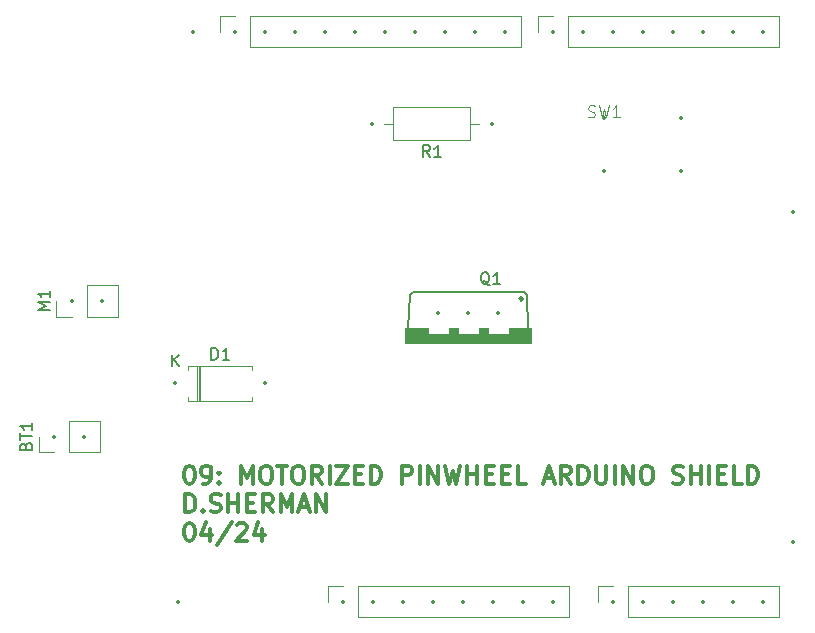
<source format=gto>
%TF.GenerationSoftware,KiCad,Pcbnew,8.0.0*%
%TF.CreationDate,2024-04-21T19:32:52-04:00*%
%TF.ProjectId,9_motorized_pinwheel,395f6d6f-746f-4726-997a-65645f70696e,rev?*%
%TF.SameCoordinates,Original*%
%TF.FileFunction,Legend,Top*%
%TF.FilePolarity,Positive*%
%FSLAX46Y46*%
G04 Gerber Fmt 4.6, Leading zero omitted, Abs format (unit mm)*
G04 Created by KiCad (PCBNEW 8.0.0) date 2024-04-21 19:32:52*
%MOMM*%
%LPD*%
G01*
G04 APERTURE LIST*
%ADD10C,0.300000*%
%ADD11C,0.100000*%
%ADD12C,0.150000*%
%ADD13C,0.120000*%
%ADD14C,0.152400*%
%ADD15C,0.254000*%
%ADD16C,0.010000*%
%ADD17C,0.350000*%
G04 APERTURE END LIST*
D10*
X114840225Y-85970996D02*
X114983082Y-85970996D01*
X114983082Y-85970996D02*
X115125939Y-86042425D01*
X115125939Y-86042425D02*
X115197368Y-86113853D01*
X115197368Y-86113853D02*
X115268796Y-86256710D01*
X115268796Y-86256710D02*
X115340225Y-86542425D01*
X115340225Y-86542425D02*
X115340225Y-86899568D01*
X115340225Y-86899568D02*
X115268796Y-87185282D01*
X115268796Y-87185282D02*
X115197368Y-87328139D01*
X115197368Y-87328139D02*
X115125939Y-87399568D01*
X115125939Y-87399568D02*
X114983082Y-87470996D01*
X114983082Y-87470996D02*
X114840225Y-87470996D01*
X114840225Y-87470996D02*
X114697368Y-87399568D01*
X114697368Y-87399568D02*
X114625939Y-87328139D01*
X114625939Y-87328139D02*
X114554510Y-87185282D01*
X114554510Y-87185282D02*
X114483082Y-86899568D01*
X114483082Y-86899568D02*
X114483082Y-86542425D01*
X114483082Y-86542425D02*
X114554510Y-86256710D01*
X114554510Y-86256710D02*
X114625939Y-86113853D01*
X114625939Y-86113853D02*
X114697368Y-86042425D01*
X114697368Y-86042425D02*
X114840225Y-85970996D01*
X116054510Y-87470996D02*
X116340224Y-87470996D01*
X116340224Y-87470996D02*
X116483081Y-87399568D01*
X116483081Y-87399568D02*
X116554510Y-87328139D01*
X116554510Y-87328139D02*
X116697367Y-87113853D01*
X116697367Y-87113853D02*
X116768796Y-86828139D01*
X116768796Y-86828139D02*
X116768796Y-86256710D01*
X116768796Y-86256710D02*
X116697367Y-86113853D01*
X116697367Y-86113853D02*
X116625939Y-86042425D01*
X116625939Y-86042425D02*
X116483081Y-85970996D01*
X116483081Y-85970996D02*
X116197367Y-85970996D01*
X116197367Y-85970996D02*
X116054510Y-86042425D01*
X116054510Y-86042425D02*
X115983081Y-86113853D01*
X115983081Y-86113853D02*
X115911653Y-86256710D01*
X115911653Y-86256710D02*
X115911653Y-86613853D01*
X115911653Y-86613853D02*
X115983081Y-86756710D01*
X115983081Y-86756710D02*
X116054510Y-86828139D01*
X116054510Y-86828139D02*
X116197367Y-86899568D01*
X116197367Y-86899568D02*
X116483081Y-86899568D01*
X116483081Y-86899568D02*
X116625939Y-86828139D01*
X116625939Y-86828139D02*
X116697367Y-86756710D01*
X116697367Y-86756710D02*
X116768796Y-86613853D01*
X117411652Y-87328139D02*
X117483081Y-87399568D01*
X117483081Y-87399568D02*
X117411652Y-87470996D01*
X117411652Y-87470996D02*
X117340224Y-87399568D01*
X117340224Y-87399568D02*
X117411652Y-87328139D01*
X117411652Y-87328139D02*
X117411652Y-87470996D01*
X117411652Y-86542425D02*
X117483081Y-86613853D01*
X117483081Y-86613853D02*
X117411652Y-86685282D01*
X117411652Y-86685282D02*
X117340224Y-86613853D01*
X117340224Y-86613853D02*
X117411652Y-86542425D01*
X117411652Y-86542425D02*
X117411652Y-86685282D01*
X119268795Y-87470996D02*
X119268795Y-85970996D01*
X119268795Y-85970996D02*
X119768795Y-87042425D01*
X119768795Y-87042425D02*
X120268795Y-85970996D01*
X120268795Y-85970996D02*
X120268795Y-87470996D01*
X121268796Y-85970996D02*
X121554510Y-85970996D01*
X121554510Y-85970996D02*
X121697367Y-86042425D01*
X121697367Y-86042425D02*
X121840224Y-86185282D01*
X121840224Y-86185282D02*
X121911653Y-86470996D01*
X121911653Y-86470996D02*
X121911653Y-86970996D01*
X121911653Y-86970996D02*
X121840224Y-87256710D01*
X121840224Y-87256710D02*
X121697367Y-87399568D01*
X121697367Y-87399568D02*
X121554510Y-87470996D01*
X121554510Y-87470996D02*
X121268796Y-87470996D01*
X121268796Y-87470996D02*
X121125939Y-87399568D01*
X121125939Y-87399568D02*
X120983081Y-87256710D01*
X120983081Y-87256710D02*
X120911653Y-86970996D01*
X120911653Y-86970996D02*
X120911653Y-86470996D01*
X120911653Y-86470996D02*
X120983081Y-86185282D01*
X120983081Y-86185282D02*
X121125939Y-86042425D01*
X121125939Y-86042425D02*
X121268796Y-85970996D01*
X122340225Y-85970996D02*
X123197368Y-85970996D01*
X122768796Y-87470996D02*
X122768796Y-85970996D01*
X123983082Y-85970996D02*
X124268796Y-85970996D01*
X124268796Y-85970996D02*
X124411653Y-86042425D01*
X124411653Y-86042425D02*
X124554510Y-86185282D01*
X124554510Y-86185282D02*
X124625939Y-86470996D01*
X124625939Y-86470996D02*
X124625939Y-86970996D01*
X124625939Y-86970996D02*
X124554510Y-87256710D01*
X124554510Y-87256710D02*
X124411653Y-87399568D01*
X124411653Y-87399568D02*
X124268796Y-87470996D01*
X124268796Y-87470996D02*
X123983082Y-87470996D01*
X123983082Y-87470996D02*
X123840225Y-87399568D01*
X123840225Y-87399568D02*
X123697367Y-87256710D01*
X123697367Y-87256710D02*
X123625939Y-86970996D01*
X123625939Y-86970996D02*
X123625939Y-86470996D01*
X123625939Y-86470996D02*
X123697367Y-86185282D01*
X123697367Y-86185282D02*
X123840225Y-86042425D01*
X123840225Y-86042425D02*
X123983082Y-85970996D01*
X126125939Y-87470996D02*
X125625939Y-86756710D01*
X125268796Y-87470996D02*
X125268796Y-85970996D01*
X125268796Y-85970996D02*
X125840225Y-85970996D01*
X125840225Y-85970996D02*
X125983082Y-86042425D01*
X125983082Y-86042425D02*
X126054511Y-86113853D01*
X126054511Y-86113853D02*
X126125939Y-86256710D01*
X126125939Y-86256710D02*
X126125939Y-86470996D01*
X126125939Y-86470996D02*
X126054511Y-86613853D01*
X126054511Y-86613853D02*
X125983082Y-86685282D01*
X125983082Y-86685282D02*
X125840225Y-86756710D01*
X125840225Y-86756710D02*
X125268796Y-86756710D01*
X126768796Y-87470996D02*
X126768796Y-85970996D01*
X127340225Y-85970996D02*
X128340225Y-85970996D01*
X128340225Y-85970996D02*
X127340225Y-87470996D01*
X127340225Y-87470996D02*
X128340225Y-87470996D01*
X128911653Y-86685282D02*
X129411653Y-86685282D01*
X129625939Y-87470996D02*
X128911653Y-87470996D01*
X128911653Y-87470996D02*
X128911653Y-85970996D01*
X128911653Y-85970996D02*
X129625939Y-85970996D01*
X130268796Y-87470996D02*
X130268796Y-85970996D01*
X130268796Y-85970996D02*
X130625939Y-85970996D01*
X130625939Y-85970996D02*
X130840225Y-86042425D01*
X130840225Y-86042425D02*
X130983082Y-86185282D01*
X130983082Y-86185282D02*
X131054511Y-86328139D01*
X131054511Y-86328139D02*
X131125939Y-86613853D01*
X131125939Y-86613853D02*
X131125939Y-86828139D01*
X131125939Y-86828139D02*
X131054511Y-87113853D01*
X131054511Y-87113853D02*
X130983082Y-87256710D01*
X130983082Y-87256710D02*
X130840225Y-87399568D01*
X130840225Y-87399568D02*
X130625939Y-87470996D01*
X130625939Y-87470996D02*
X130268796Y-87470996D01*
X132911653Y-87470996D02*
X132911653Y-85970996D01*
X132911653Y-85970996D02*
X133483082Y-85970996D01*
X133483082Y-85970996D02*
X133625939Y-86042425D01*
X133625939Y-86042425D02*
X133697368Y-86113853D01*
X133697368Y-86113853D02*
X133768796Y-86256710D01*
X133768796Y-86256710D02*
X133768796Y-86470996D01*
X133768796Y-86470996D02*
X133697368Y-86613853D01*
X133697368Y-86613853D02*
X133625939Y-86685282D01*
X133625939Y-86685282D02*
X133483082Y-86756710D01*
X133483082Y-86756710D02*
X132911653Y-86756710D01*
X134411653Y-87470996D02*
X134411653Y-85970996D01*
X135125939Y-87470996D02*
X135125939Y-85970996D01*
X135125939Y-85970996D02*
X135983082Y-87470996D01*
X135983082Y-87470996D02*
X135983082Y-85970996D01*
X136554511Y-85970996D02*
X136911654Y-87470996D01*
X136911654Y-87470996D02*
X137197368Y-86399568D01*
X137197368Y-86399568D02*
X137483083Y-87470996D01*
X137483083Y-87470996D02*
X137840226Y-85970996D01*
X138411654Y-87470996D02*
X138411654Y-85970996D01*
X138411654Y-86685282D02*
X139268797Y-86685282D01*
X139268797Y-87470996D02*
X139268797Y-85970996D01*
X139983083Y-86685282D02*
X140483083Y-86685282D01*
X140697369Y-87470996D02*
X139983083Y-87470996D01*
X139983083Y-87470996D02*
X139983083Y-85970996D01*
X139983083Y-85970996D02*
X140697369Y-85970996D01*
X141340226Y-86685282D02*
X141840226Y-86685282D01*
X142054512Y-87470996D02*
X141340226Y-87470996D01*
X141340226Y-87470996D02*
X141340226Y-85970996D01*
X141340226Y-85970996D02*
X142054512Y-85970996D01*
X143411655Y-87470996D02*
X142697369Y-87470996D01*
X142697369Y-87470996D02*
X142697369Y-85970996D01*
X144983084Y-87042425D02*
X145697370Y-87042425D01*
X144840227Y-87470996D02*
X145340227Y-85970996D01*
X145340227Y-85970996D02*
X145840227Y-87470996D01*
X147197369Y-87470996D02*
X146697369Y-86756710D01*
X146340226Y-87470996D02*
X146340226Y-85970996D01*
X146340226Y-85970996D02*
X146911655Y-85970996D01*
X146911655Y-85970996D02*
X147054512Y-86042425D01*
X147054512Y-86042425D02*
X147125941Y-86113853D01*
X147125941Y-86113853D02*
X147197369Y-86256710D01*
X147197369Y-86256710D02*
X147197369Y-86470996D01*
X147197369Y-86470996D02*
X147125941Y-86613853D01*
X147125941Y-86613853D02*
X147054512Y-86685282D01*
X147054512Y-86685282D02*
X146911655Y-86756710D01*
X146911655Y-86756710D02*
X146340226Y-86756710D01*
X147840226Y-87470996D02*
X147840226Y-85970996D01*
X147840226Y-85970996D02*
X148197369Y-85970996D01*
X148197369Y-85970996D02*
X148411655Y-86042425D01*
X148411655Y-86042425D02*
X148554512Y-86185282D01*
X148554512Y-86185282D02*
X148625941Y-86328139D01*
X148625941Y-86328139D02*
X148697369Y-86613853D01*
X148697369Y-86613853D02*
X148697369Y-86828139D01*
X148697369Y-86828139D02*
X148625941Y-87113853D01*
X148625941Y-87113853D02*
X148554512Y-87256710D01*
X148554512Y-87256710D02*
X148411655Y-87399568D01*
X148411655Y-87399568D02*
X148197369Y-87470996D01*
X148197369Y-87470996D02*
X147840226Y-87470996D01*
X149340226Y-85970996D02*
X149340226Y-87185282D01*
X149340226Y-87185282D02*
X149411655Y-87328139D01*
X149411655Y-87328139D02*
X149483084Y-87399568D01*
X149483084Y-87399568D02*
X149625941Y-87470996D01*
X149625941Y-87470996D02*
X149911655Y-87470996D01*
X149911655Y-87470996D02*
X150054512Y-87399568D01*
X150054512Y-87399568D02*
X150125941Y-87328139D01*
X150125941Y-87328139D02*
X150197369Y-87185282D01*
X150197369Y-87185282D02*
X150197369Y-85970996D01*
X150911655Y-87470996D02*
X150911655Y-85970996D01*
X151625941Y-87470996D02*
X151625941Y-85970996D01*
X151625941Y-85970996D02*
X152483084Y-87470996D01*
X152483084Y-87470996D02*
X152483084Y-85970996D01*
X153483085Y-85970996D02*
X153768799Y-85970996D01*
X153768799Y-85970996D02*
X153911656Y-86042425D01*
X153911656Y-86042425D02*
X154054513Y-86185282D01*
X154054513Y-86185282D02*
X154125942Y-86470996D01*
X154125942Y-86470996D02*
X154125942Y-86970996D01*
X154125942Y-86970996D02*
X154054513Y-87256710D01*
X154054513Y-87256710D02*
X153911656Y-87399568D01*
X153911656Y-87399568D02*
X153768799Y-87470996D01*
X153768799Y-87470996D02*
X153483085Y-87470996D01*
X153483085Y-87470996D02*
X153340228Y-87399568D01*
X153340228Y-87399568D02*
X153197370Y-87256710D01*
X153197370Y-87256710D02*
X153125942Y-86970996D01*
X153125942Y-86970996D02*
X153125942Y-86470996D01*
X153125942Y-86470996D02*
X153197370Y-86185282D01*
X153197370Y-86185282D02*
X153340228Y-86042425D01*
X153340228Y-86042425D02*
X153483085Y-85970996D01*
X155840228Y-87399568D02*
X156054514Y-87470996D01*
X156054514Y-87470996D02*
X156411656Y-87470996D01*
X156411656Y-87470996D02*
X156554514Y-87399568D01*
X156554514Y-87399568D02*
X156625942Y-87328139D01*
X156625942Y-87328139D02*
X156697371Y-87185282D01*
X156697371Y-87185282D02*
X156697371Y-87042425D01*
X156697371Y-87042425D02*
X156625942Y-86899568D01*
X156625942Y-86899568D02*
X156554514Y-86828139D01*
X156554514Y-86828139D02*
X156411656Y-86756710D01*
X156411656Y-86756710D02*
X156125942Y-86685282D01*
X156125942Y-86685282D02*
X155983085Y-86613853D01*
X155983085Y-86613853D02*
X155911656Y-86542425D01*
X155911656Y-86542425D02*
X155840228Y-86399568D01*
X155840228Y-86399568D02*
X155840228Y-86256710D01*
X155840228Y-86256710D02*
X155911656Y-86113853D01*
X155911656Y-86113853D02*
X155983085Y-86042425D01*
X155983085Y-86042425D02*
X156125942Y-85970996D01*
X156125942Y-85970996D02*
X156483085Y-85970996D01*
X156483085Y-85970996D02*
X156697371Y-86042425D01*
X157340227Y-87470996D02*
X157340227Y-85970996D01*
X157340227Y-86685282D02*
X158197370Y-86685282D01*
X158197370Y-87470996D02*
X158197370Y-85970996D01*
X158911656Y-87470996D02*
X158911656Y-85970996D01*
X159625942Y-86685282D02*
X160125942Y-86685282D01*
X160340228Y-87470996D02*
X159625942Y-87470996D01*
X159625942Y-87470996D02*
X159625942Y-85970996D01*
X159625942Y-85970996D02*
X160340228Y-85970996D01*
X161697371Y-87470996D02*
X160983085Y-87470996D01*
X160983085Y-87470996D02*
X160983085Y-85970996D01*
X162197371Y-87470996D02*
X162197371Y-85970996D01*
X162197371Y-85970996D02*
X162554514Y-85970996D01*
X162554514Y-85970996D02*
X162768800Y-86042425D01*
X162768800Y-86042425D02*
X162911657Y-86185282D01*
X162911657Y-86185282D02*
X162983086Y-86328139D01*
X162983086Y-86328139D02*
X163054514Y-86613853D01*
X163054514Y-86613853D02*
X163054514Y-86828139D01*
X163054514Y-86828139D02*
X162983086Y-87113853D01*
X162983086Y-87113853D02*
X162911657Y-87256710D01*
X162911657Y-87256710D02*
X162768800Y-87399568D01*
X162768800Y-87399568D02*
X162554514Y-87470996D01*
X162554514Y-87470996D02*
X162197371Y-87470996D01*
X114554510Y-89885912D02*
X114554510Y-88385912D01*
X114554510Y-88385912D02*
X114911653Y-88385912D01*
X114911653Y-88385912D02*
X115125939Y-88457341D01*
X115125939Y-88457341D02*
X115268796Y-88600198D01*
X115268796Y-88600198D02*
X115340225Y-88743055D01*
X115340225Y-88743055D02*
X115411653Y-89028769D01*
X115411653Y-89028769D02*
X115411653Y-89243055D01*
X115411653Y-89243055D02*
X115340225Y-89528769D01*
X115340225Y-89528769D02*
X115268796Y-89671626D01*
X115268796Y-89671626D02*
X115125939Y-89814484D01*
X115125939Y-89814484D02*
X114911653Y-89885912D01*
X114911653Y-89885912D02*
X114554510Y-89885912D01*
X116054510Y-89743055D02*
X116125939Y-89814484D01*
X116125939Y-89814484D02*
X116054510Y-89885912D01*
X116054510Y-89885912D02*
X115983082Y-89814484D01*
X115983082Y-89814484D02*
X116054510Y-89743055D01*
X116054510Y-89743055D02*
X116054510Y-89885912D01*
X116697368Y-89814484D02*
X116911654Y-89885912D01*
X116911654Y-89885912D02*
X117268796Y-89885912D01*
X117268796Y-89885912D02*
X117411654Y-89814484D01*
X117411654Y-89814484D02*
X117483082Y-89743055D01*
X117483082Y-89743055D02*
X117554511Y-89600198D01*
X117554511Y-89600198D02*
X117554511Y-89457341D01*
X117554511Y-89457341D02*
X117483082Y-89314484D01*
X117483082Y-89314484D02*
X117411654Y-89243055D01*
X117411654Y-89243055D02*
X117268796Y-89171626D01*
X117268796Y-89171626D02*
X116983082Y-89100198D01*
X116983082Y-89100198D02*
X116840225Y-89028769D01*
X116840225Y-89028769D02*
X116768796Y-88957341D01*
X116768796Y-88957341D02*
X116697368Y-88814484D01*
X116697368Y-88814484D02*
X116697368Y-88671626D01*
X116697368Y-88671626D02*
X116768796Y-88528769D01*
X116768796Y-88528769D02*
X116840225Y-88457341D01*
X116840225Y-88457341D02*
X116983082Y-88385912D01*
X116983082Y-88385912D02*
X117340225Y-88385912D01*
X117340225Y-88385912D02*
X117554511Y-88457341D01*
X118197367Y-89885912D02*
X118197367Y-88385912D01*
X118197367Y-89100198D02*
X119054510Y-89100198D01*
X119054510Y-89885912D02*
X119054510Y-88385912D01*
X119768796Y-89100198D02*
X120268796Y-89100198D01*
X120483082Y-89885912D02*
X119768796Y-89885912D01*
X119768796Y-89885912D02*
X119768796Y-88385912D01*
X119768796Y-88385912D02*
X120483082Y-88385912D01*
X121983082Y-89885912D02*
X121483082Y-89171626D01*
X121125939Y-89885912D02*
X121125939Y-88385912D01*
X121125939Y-88385912D02*
X121697368Y-88385912D01*
X121697368Y-88385912D02*
X121840225Y-88457341D01*
X121840225Y-88457341D02*
X121911654Y-88528769D01*
X121911654Y-88528769D02*
X121983082Y-88671626D01*
X121983082Y-88671626D02*
X121983082Y-88885912D01*
X121983082Y-88885912D02*
X121911654Y-89028769D01*
X121911654Y-89028769D02*
X121840225Y-89100198D01*
X121840225Y-89100198D02*
X121697368Y-89171626D01*
X121697368Y-89171626D02*
X121125939Y-89171626D01*
X122625939Y-89885912D02*
X122625939Y-88385912D01*
X122625939Y-88385912D02*
X123125939Y-89457341D01*
X123125939Y-89457341D02*
X123625939Y-88385912D01*
X123625939Y-88385912D02*
X123625939Y-89885912D01*
X124268797Y-89457341D02*
X124983083Y-89457341D01*
X124125940Y-89885912D02*
X124625940Y-88385912D01*
X124625940Y-88385912D02*
X125125940Y-89885912D01*
X125625939Y-89885912D02*
X125625939Y-88385912D01*
X125625939Y-88385912D02*
X126483082Y-89885912D01*
X126483082Y-89885912D02*
X126483082Y-88385912D01*
X114840225Y-90800828D02*
X114983082Y-90800828D01*
X114983082Y-90800828D02*
X115125939Y-90872257D01*
X115125939Y-90872257D02*
X115197368Y-90943685D01*
X115197368Y-90943685D02*
X115268796Y-91086542D01*
X115268796Y-91086542D02*
X115340225Y-91372257D01*
X115340225Y-91372257D02*
X115340225Y-91729400D01*
X115340225Y-91729400D02*
X115268796Y-92015114D01*
X115268796Y-92015114D02*
X115197368Y-92157971D01*
X115197368Y-92157971D02*
X115125939Y-92229400D01*
X115125939Y-92229400D02*
X114983082Y-92300828D01*
X114983082Y-92300828D02*
X114840225Y-92300828D01*
X114840225Y-92300828D02*
X114697368Y-92229400D01*
X114697368Y-92229400D02*
X114625939Y-92157971D01*
X114625939Y-92157971D02*
X114554510Y-92015114D01*
X114554510Y-92015114D02*
X114483082Y-91729400D01*
X114483082Y-91729400D02*
X114483082Y-91372257D01*
X114483082Y-91372257D02*
X114554510Y-91086542D01*
X114554510Y-91086542D02*
X114625939Y-90943685D01*
X114625939Y-90943685D02*
X114697368Y-90872257D01*
X114697368Y-90872257D02*
X114840225Y-90800828D01*
X116625939Y-91300828D02*
X116625939Y-92300828D01*
X116268796Y-90729400D02*
X115911653Y-91800828D01*
X115911653Y-91800828D02*
X116840224Y-91800828D01*
X118483081Y-90729400D02*
X117197367Y-92657971D01*
X118911653Y-90943685D02*
X118983081Y-90872257D01*
X118983081Y-90872257D02*
X119125939Y-90800828D01*
X119125939Y-90800828D02*
X119483081Y-90800828D01*
X119483081Y-90800828D02*
X119625939Y-90872257D01*
X119625939Y-90872257D02*
X119697367Y-90943685D01*
X119697367Y-90943685D02*
X119768796Y-91086542D01*
X119768796Y-91086542D02*
X119768796Y-91229400D01*
X119768796Y-91229400D02*
X119697367Y-91443685D01*
X119697367Y-91443685D02*
X118840224Y-92300828D01*
X118840224Y-92300828D02*
X119768796Y-92300828D01*
X121054510Y-91300828D02*
X121054510Y-92300828D01*
X120697367Y-90729400D02*
X120340224Y-91800828D01*
X120340224Y-91800828D02*
X121268795Y-91800828D01*
D11*
X148666667Y-56409800D02*
X148809524Y-56457419D01*
X148809524Y-56457419D02*
X149047619Y-56457419D01*
X149047619Y-56457419D02*
X149142857Y-56409800D01*
X149142857Y-56409800D02*
X149190476Y-56362180D01*
X149190476Y-56362180D02*
X149238095Y-56266942D01*
X149238095Y-56266942D02*
X149238095Y-56171704D01*
X149238095Y-56171704D02*
X149190476Y-56076466D01*
X149190476Y-56076466D02*
X149142857Y-56028847D01*
X149142857Y-56028847D02*
X149047619Y-55981228D01*
X149047619Y-55981228D02*
X148857143Y-55933609D01*
X148857143Y-55933609D02*
X148761905Y-55885990D01*
X148761905Y-55885990D02*
X148714286Y-55838371D01*
X148714286Y-55838371D02*
X148666667Y-55743133D01*
X148666667Y-55743133D02*
X148666667Y-55647895D01*
X148666667Y-55647895D02*
X148714286Y-55552657D01*
X148714286Y-55552657D02*
X148761905Y-55505038D01*
X148761905Y-55505038D02*
X148857143Y-55457419D01*
X148857143Y-55457419D02*
X149095238Y-55457419D01*
X149095238Y-55457419D02*
X149238095Y-55505038D01*
X149571429Y-55457419D02*
X149809524Y-56457419D01*
X149809524Y-56457419D02*
X150000000Y-55743133D01*
X150000000Y-55743133D02*
X150190476Y-56457419D01*
X150190476Y-56457419D02*
X150428572Y-55457419D01*
X151333333Y-56457419D02*
X150761905Y-56457419D01*
X151047619Y-56457419D02*
X151047619Y-55457419D01*
X151047619Y-55457419D02*
X150952381Y-55600276D01*
X150952381Y-55600276D02*
X150857143Y-55695514D01*
X150857143Y-55695514D02*
X150761905Y-55743133D01*
D12*
X116761905Y-76984819D02*
X116761905Y-75984819D01*
X116761905Y-75984819D02*
X117000000Y-75984819D01*
X117000000Y-75984819D02*
X117142857Y-76032438D01*
X117142857Y-76032438D02*
X117238095Y-76127676D01*
X117238095Y-76127676D02*
X117285714Y-76222914D01*
X117285714Y-76222914D02*
X117333333Y-76413390D01*
X117333333Y-76413390D02*
X117333333Y-76556247D01*
X117333333Y-76556247D02*
X117285714Y-76746723D01*
X117285714Y-76746723D02*
X117238095Y-76841961D01*
X117238095Y-76841961D02*
X117142857Y-76937200D01*
X117142857Y-76937200D02*
X117000000Y-76984819D01*
X117000000Y-76984819D02*
X116761905Y-76984819D01*
X118285714Y-76984819D02*
X117714286Y-76984819D01*
X118000000Y-76984819D02*
X118000000Y-75984819D01*
X118000000Y-75984819D02*
X117904762Y-76127676D01*
X117904762Y-76127676D02*
X117809524Y-76222914D01*
X117809524Y-76222914D02*
X117714286Y-76270533D01*
X113428095Y-77554819D02*
X113428095Y-76554819D01*
X113999523Y-77554819D02*
X113570952Y-76983390D01*
X113999523Y-76554819D02*
X113428095Y-77126247D01*
X103084819Y-72809523D02*
X102084819Y-72809523D01*
X102084819Y-72809523D02*
X102799104Y-72476190D01*
X102799104Y-72476190D02*
X102084819Y-72142857D01*
X102084819Y-72142857D02*
X103084819Y-72142857D01*
X103084819Y-71142857D02*
X103084819Y-71714285D01*
X103084819Y-71428571D02*
X102084819Y-71428571D01*
X102084819Y-71428571D02*
X102227676Y-71523809D01*
X102227676Y-71523809D02*
X102322914Y-71619047D01*
X102322914Y-71619047D02*
X102370533Y-71714285D01*
X101061009Y-84285714D02*
X101108628Y-84142857D01*
X101108628Y-84142857D02*
X101156247Y-84095238D01*
X101156247Y-84095238D02*
X101251485Y-84047619D01*
X101251485Y-84047619D02*
X101394342Y-84047619D01*
X101394342Y-84047619D02*
X101489580Y-84095238D01*
X101489580Y-84095238D02*
X101537200Y-84142857D01*
X101537200Y-84142857D02*
X101584819Y-84238095D01*
X101584819Y-84238095D02*
X101584819Y-84619047D01*
X101584819Y-84619047D02*
X100584819Y-84619047D01*
X100584819Y-84619047D02*
X100584819Y-84285714D01*
X100584819Y-84285714D02*
X100632438Y-84190476D01*
X100632438Y-84190476D02*
X100680057Y-84142857D01*
X100680057Y-84142857D02*
X100775295Y-84095238D01*
X100775295Y-84095238D02*
X100870533Y-84095238D01*
X100870533Y-84095238D02*
X100965771Y-84142857D01*
X100965771Y-84142857D02*
X101013390Y-84190476D01*
X101013390Y-84190476D02*
X101061009Y-84285714D01*
X101061009Y-84285714D02*
X101061009Y-84619047D01*
X100584819Y-83761904D02*
X100584819Y-83190476D01*
X101584819Y-83476190D02*
X100584819Y-83476190D01*
X101584819Y-82333333D02*
X101584819Y-82904761D01*
X101584819Y-82619047D02*
X100584819Y-82619047D01*
X100584819Y-82619047D02*
X100727676Y-82714285D01*
X100727676Y-82714285D02*
X100822914Y-82809523D01*
X100822914Y-82809523D02*
X100870533Y-82904761D01*
X135253333Y-59824819D02*
X134920000Y-59348628D01*
X134681905Y-59824819D02*
X134681905Y-58824819D01*
X134681905Y-58824819D02*
X135062857Y-58824819D01*
X135062857Y-58824819D02*
X135158095Y-58872438D01*
X135158095Y-58872438D02*
X135205714Y-58920057D01*
X135205714Y-58920057D02*
X135253333Y-59015295D01*
X135253333Y-59015295D02*
X135253333Y-59158152D01*
X135253333Y-59158152D02*
X135205714Y-59253390D01*
X135205714Y-59253390D02*
X135158095Y-59301009D01*
X135158095Y-59301009D02*
X135062857Y-59348628D01*
X135062857Y-59348628D02*
X134681905Y-59348628D01*
X136205714Y-59824819D02*
X135634286Y-59824819D01*
X135920000Y-59824819D02*
X135920000Y-58824819D01*
X135920000Y-58824819D02*
X135824762Y-58967676D01*
X135824762Y-58967676D02*
X135729524Y-59062914D01*
X135729524Y-59062914D02*
X135634286Y-59110533D01*
X140313049Y-70671057D02*
X140217638Y-70623352D01*
X140217638Y-70623352D02*
X140122228Y-70527942D01*
X140122228Y-70527942D02*
X139979112Y-70384826D01*
X139979112Y-70384826D02*
X139883701Y-70337120D01*
X139883701Y-70337120D02*
X139788291Y-70337120D01*
X139835996Y-70575647D02*
X139740586Y-70527942D01*
X139740586Y-70527942D02*
X139645175Y-70432531D01*
X139645175Y-70432531D02*
X139597470Y-70241710D01*
X139597470Y-70241710D02*
X139597470Y-69907773D01*
X139597470Y-69907773D02*
X139645175Y-69716952D01*
X139645175Y-69716952D02*
X139740586Y-69621541D01*
X139740586Y-69621541D02*
X139835996Y-69573836D01*
X139835996Y-69573836D02*
X140026817Y-69573836D01*
X140026817Y-69573836D02*
X140122228Y-69621541D01*
X140122228Y-69621541D02*
X140217638Y-69716952D01*
X140217638Y-69716952D02*
X140265344Y-69907773D01*
X140265344Y-69907773D02*
X140265344Y-70241710D01*
X140265344Y-70241710D02*
X140217638Y-70432531D01*
X140217638Y-70432531D02*
X140122228Y-70527942D01*
X140122228Y-70527942D02*
X140026817Y-70575647D01*
X140026817Y-70575647D02*
X139835996Y-70575647D01*
X141219449Y-70575647D02*
X140646986Y-70575647D01*
X140933217Y-70575647D02*
X140933217Y-69573836D01*
X140933217Y-69573836D02*
X140837807Y-69716952D01*
X140837807Y-69716952D02*
X140742396Y-69812362D01*
X140742396Y-69812362D02*
X140646986Y-69860068D01*
D13*
%TO.C,J1*%
X126610000Y-96130000D02*
X127940000Y-96130000D01*
X126610000Y-97460000D02*
X126610000Y-96130000D01*
X129210000Y-96130000D02*
X147050000Y-96130000D01*
X129210000Y-98790000D02*
X129210000Y-96130000D01*
X129210000Y-98790000D02*
X147050000Y-98790000D01*
X147050000Y-98790000D02*
X147050000Y-96130000D01*
%TO.C,J3*%
X149470000Y-96130000D02*
X150800000Y-96130000D01*
X149470000Y-97460000D02*
X149470000Y-96130000D01*
X152070000Y-96130000D02*
X164830000Y-96130000D01*
X152070000Y-98790000D02*
X152070000Y-96130000D01*
X152070000Y-98790000D02*
X164830000Y-98790000D01*
X164830000Y-98790000D02*
X164830000Y-96130000D01*
%TO.C,J2*%
X117466000Y-47870000D02*
X118796000Y-47870000D01*
X117466000Y-49200000D02*
X117466000Y-47870000D01*
X120066000Y-47870000D02*
X142986000Y-47870000D01*
X120066000Y-50530000D02*
X120066000Y-47870000D01*
X120066000Y-50530000D02*
X142986000Y-50530000D01*
X142986000Y-50530000D02*
X142986000Y-47870000D01*
%TO.C,J4*%
X144390000Y-47870000D02*
X145720000Y-47870000D01*
X144390000Y-49200000D02*
X144390000Y-47870000D01*
X146990000Y-47870000D02*
X164830000Y-47870000D01*
X146990000Y-50530000D02*
X146990000Y-47870000D01*
X146990000Y-50530000D02*
X164830000Y-50530000D01*
X164830000Y-50530000D02*
X164830000Y-47870000D01*
%TO.C,D1*%
X114780000Y-77530000D02*
X120220000Y-77530000D01*
X114780000Y-77860000D02*
X114780000Y-77530000D01*
X114780000Y-80140000D02*
X114780000Y-80470000D01*
X114780000Y-80470000D02*
X120220000Y-80470000D01*
X115560000Y-77530000D02*
X115560000Y-80470000D01*
X115680000Y-77530000D02*
X115680000Y-80470000D01*
X115800000Y-77530000D02*
X115800000Y-80470000D01*
X120220000Y-77530000D02*
X120220000Y-77860000D01*
X120220000Y-80470000D02*
X120220000Y-80140000D01*
%TO.C,M1*%
X103630000Y-73330000D02*
X103630000Y-72000000D01*
X104960000Y-73330000D02*
X103630000Y-73330000D01*
X106230000Y-70670000D02*
X108830000Y-70670000D01*
X106230000Y-73330000D02*
X106230000Y-70670000D01*
X106230000Y-73330000D02*
X108830000Y-73330000D01*
X108830000Y-73330000D02*
X108830000Y-70670000D01*
%TO.C,BT1*%
X102130000Y-84830000D02*
X102130000Y-83500000D01*
X103460000Y-84830000D02*
X102130000Y-84830000D01*
X104730000Y-82170000D02*
X107330000Y-82170000D01*
X104730000Y-84830000D02*
X104730000Y-82170000D01*
X104730000Y-84830000D02*
X107330000Y-84830000D01*
X107330000Y-84830000D02*
X107330000Y-82170000D01*
%TO.C,R1*%
X131380000Y-57000000D02*
X132150000Y-57000000D01*
X132150000Y-55630000D02*
X132150000Y-58370000D01*
X132150000Y-58370000D02*
X138690000Y-58370000D01*
X138690000Y-55630000D02*
X132150000Y-55630000D01*
X138690000Y-58370000D02*
X138690000Y-55630000D01*
X139460000Y-57000000D02*
X138690000Y-57000000D01*
D14*
%TO.C,Q1*%
X133420000Y-74397000D02*
X133547000Y-71476000D01*
X133801000Y-71222000D02*
X133547000Y-71476000D01*
X133801000Y-71222000D02*
X143199000Y-71222000D01*
X143453000Y-71476000D02*
X143199000Y-71222000D01*
X143453000Y-71476000D02*
X143580000Y-74397000D01*
D15*
X143122800Y-71831600D02*
G75*
G02*
X142868800Y-71831600I-127000J0D01*
G01*
X142868800Y-71831600D02*
G75*
G02*
X143122800Y-71831600I127000J0D01*
G01*
D16*
X135069530Y-74778000D02*
X133166000Y-74778000D01*
X133166000Y-74269460D01*
X135069530Y-74269460D01*
X135069530Y-74778000D01*
G36*
X135069530Y-74778000D02*
G01*
X133166000Y-74778000D01*
X133166000Y-74269460D01*
X135069530Y-74269460D01*
X135069530Y-74778000D01*
G37*
X137609245Y-74778000D02*
X136849000Y-74778000D01*
X136849000Y-74267490D01*
X137609245Y-74267490D01*
X137609245Y-74778000D01*
G36*
X137609245Y-74778000D02*
G01*
X136849000Y-74778000D01*
X136849000Y-74267490D01*
X137609245Y-74267490D01*
X137609245Y-74778000D01*
G37*
X140153380Y-74778000D02*
X139389000Y-74778000D01*
X139389000Y-74268170D01*
X140153380Y-74268170D01*
X140153380Y-74778000D01*
G36*
X140153380Y-74778000D02*
G01*
X139389000Y-74778000D01*
X139389000Y-74268170D01*
X140153380Y-74268170D01*
X140153380Y-74778000D01*
G37*
X143835570Y-75540000D02*
X133166000Y-75540000D01*
X133166000Y-74777776D01*
X143835570Y-74777776D01*
X143835570Y-75540000D01*
G36*
X143835570Y-75540000D02*
G01*
X133166000Y-75540000D01*
X133166000Y-74777776D01*
X143835570Y-74777776D01*
X143835570Y-75540000D01*
G37*
X143840670Y-74778000D02*
X141929000Y-74778000D01*
X141929000Y-74268410D01*
X143840670Y-74268410D01*
X143840670Y-74778000D01*
G36*
X143840670Y-74778000D02*
G01*
X141929000Y-74778000D01*
X141929000Y-74268410D01*
X143840670Y-74268410D01*
X143840670Y-74778000D01*
G37*
%TD*%
D17*
X127940000Y-97460000D03*
X130480000Y-97460000D03*
X133020000Y-97460000D03*
X135560000Y-97460000D03*
X138100000Y-97460000D03*
X140640000Y-97460000D03*
X143180000Y-97460000D03*
X145720000Y-97460000D03*
X150800000Y-97460000D03*
X153340000Y-97460000D03*
X155880000Y-97460000D03*
X158420000Y-97460000D03*
X160960000Y-97460000D03*
X163500000Y-97460000D03*
X118796000Y-49200000D03*
X121336000Y-49200000D03*
X123876000Y-49200000D03*
X126416000Y-49200000D03*
X128956000Y-49200000D03*
X131496000Y-49200000D03*
X134036000Y-49200000D03*
X136576000Y-49200000D03*
X139116000Y-49200000D03*
X141656000Y-49200000D03*
X145720000Y-49200000D03*
X148260000Y-49200000D03*
X150800000Y-49200000D03*
X153340000Y-49200000D03*
X155880000Y-49200000D03*
X158420000Y-49200000D03*
X160960000Y-49200000D03*
X163500000Y-49200000D03*
X150000000Y-56500000D03*
X156500000Y-56500000D03*
X156500000Y-61000000D03*
X150000000Y-61000000D03*
X113690000Y-79000000D03*
X121310000Y-79000000D03*
X104960000Y-72000000D03*
X107500000Y-72000000D03*
X115240000Y-49200000D03*
X103460000Y-83500000D03*
X106000000Y-83500000D03*
X140500000Y-57000000D03*
X130340000Y-57000000D03*
X113970000Y-97460000D03*
X166040000Y-64440000D03*
X138500000Y-73000000D03*
X141040000Y-73000000D03*
X135960000Y-73000000D03*
X166040000Y-92380000D03*
M02*

</source>
